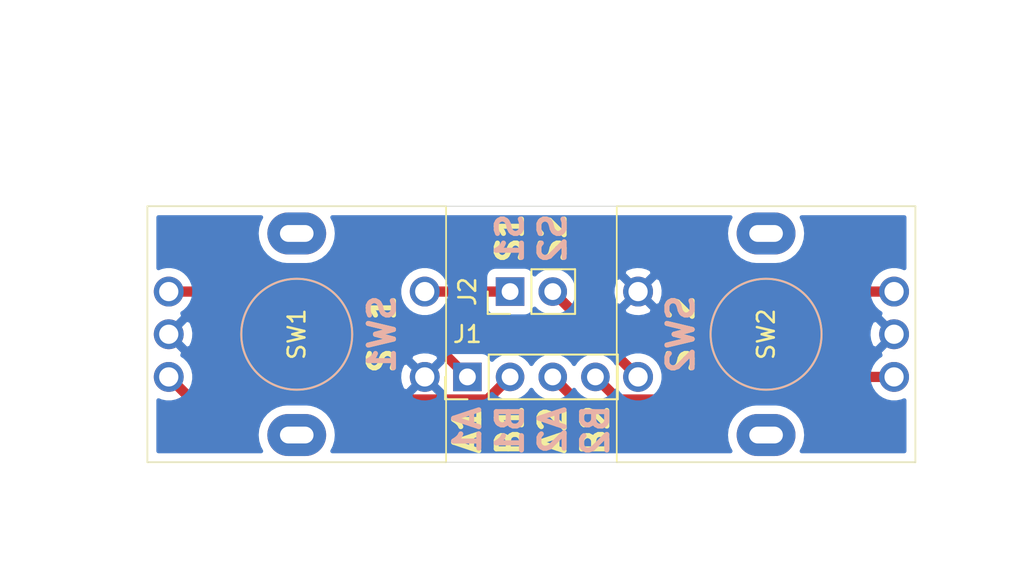
<source format=kicad_pcb>
(kicad_pcb (version 20171130) (host pcbnew "(5.1.10)-1")

  (general
    (thickness 1.6)
    (drawings 27)
    (tracks 15)
    (zones 0)
    (modules 4)
    (nets 8)
  )

  (page User 152.4 127)
  (title_block
    (title "Rotary Encoder Board, 12mm with SPST")
    (date 2021-10-11)
    (rev 1.0)
  )

  (layers
    (0 F.Cu signal)
    (31 B.Cu signal)
    (32 B.Adhes user)
    (33 F.Adhes user)
    (34 B.Paste user)
    (35 F.Paste user)
    (36 B.SilkS user)
    (37 F.SilkS user)
    (38 B.Mask user)
    (39 F.Mask user)
    (40 Dwgs.User user)
    (41 Cmts.User user)
    (42 Eco1.User user)
    (43 Eco2.User user)
    (44 Edge.Cuts user)
    (45 Margin user)
    (46 B.CrtYd user)
    (47 F.CrtYd user)
    (48 B.Fab user)
    (49 F.Fab user)
  )

  (setup
    (last_trace_width 0.1524)
    (trace_clearance 0.1524)
    (zone_clearance 0.508)
    (zone_45_only no)
    (trace_min 0.1524)
    (via_size 0.6858)
    (via_drill 0.3302)
    (via_min_size 0.6858)
    (via_min_drill 0.3302)
    (uvia_size 0.3)
    (uvia_drill 0.1)
    (uvias_allowed no)
    (uvia_min_size 0.2)
    (uvia_min_drill 0.1)
    (edge_width 0.05)
    (segment_width 0.2)
    (pcb_text_width 0.3)
    (pcb_text_size 1.5 1.5)
    (mod_edge_width 0.12)
    (mod_text_size 1 1)
    (mod_text_width 0.15)
    (pad_size 2.5 3.500001)
    (pad_drill 1.5)
    (pad_to_mask_clearance 0)
    (aux_axis_origin 0 0)
    (visible_elements 7FFFFFFF)
    (pcbplotparams
      (layerselection 0x010fc_ffffffff)
      (usegerberextensions false)
      (usegerberattributes true)
      (usegerberadvancedattributes true)
      (creategerberjobfile true)
      (excludeedgelayer true)
      (linewidth 0.150000)
      (plotframeref false)
      (viasonmask false)
      (mode 1)
      (useauxorigin false)
      (hpglpennumber 1)
      (hpglpenspeed 20)
      (hpglpendiameter 15.000000)
      (psnegative false)
      (psa4output false)
      (plotreference true)
      (plotvalue true)
      (plotinvisibletext false)
      (padsonsilk false)
      (subtractmaskfromsilk false)
      (outputformat 1)
      (mirror false)
      (drillshape 1)
      (scaleselection 1)
      (outputdirectory ""))
  )

  (net 0 "")
  (net 1 /B2)
  (net 2 /A2)
  (net 3 /B1)
  (net 4 /A1)
  (net 5 /SW2)
  (net 6 /SW1)
  (net 7 GND)

  (net_class Default "This is the default net class."
    (clearance 0.1524)
    (trace_width 0.1524)
    (via_dia 0.6858)
    (via_drill 0.3302)
    (uvia_dia 0.3)
    (uvia_drill 0.1)
  )

  (net_class Asbuilt ""
    (clearance 0.1524)
    (trace_width 0.6096)
    (via_dia 0.6858)
    (via_drill 0.3302)
    (uvia_dia 0.3)
    (uvia_drill 0.1)
    (add_net /A1)
    (add_net /A2)
    (add_net /B1)
    (add_net /B2)
    (add_net /SW1)
    (add_net /SW2)
    (add_net GND)
  )

  (module KnobBoard:KSA_Tactile_SPST_12mm (layer F.Cu) (tedit 616632EB) (tstamp 6163C0DA)
    (at 91.44 50.8 90)
    (descr "KSA http://www.ckswitches.com/media/1457/ksa_ksl.pdf")
    (tags "SWITCH SMD KSA SW")
    (path /6163AE43)
    (fp_text reference SW2 (at 0 0 90) (layer F.SilkS)
      (effects (font (size 1 1) (thickness 0.15)))
    )
    (fp_text value Rotary_Encoder_Switch (at 0 1.524 90) (layer F.Fab)
      (effects (font (size 1 1) (thickness 0.15)))
    )
    (fp_text user %R (at 0 0 90) (layer F.Fab)
      (effects (font (size 1 1) (thickness 0.15)))
    )
    (fp_line (start -3.7 4.1) (end 3.7 4.1) (layer F.Fab) (width 0.1))
    (fp_line (start 3.7 -4.1) (end -3.7 -4.1) (layer F.Fab) (width 0.1))
    (fp_line (start -3.7 4.1) (end -3.7 -4.1) (layer F.Fab) (width 0.1))
    (fp_circle (center 0 0) (end 3.302 0) (layer F.SilkS) (width 0.12))
    (fp_line (start 3.7 4.1) (end 3.7 -4.1) (layer F.Fab) (width 0.1))
    (fp_line (start -7.62 -8.89) (end 7.62 -8.89) (layer F.SilkS) (width 0.1))
    (fp_line (start 7.62 -8.89) (end 7.62 8.89) (layer F.SilkS) (width 0.1))
    (fp_line (start 7.62 8.89) (end -7.62 8.89) (layer F.SilkS) (width 0.1))
    (fp_line (start -7.62 8.89) (end -7.62 -8.89) (layer F.SilkS) (width 0.1))
    (fp_line (start -5.75 -5.75) (end -5.75 5.75) (layer F.CrtYd) (width 0.12))
    (fp_line (start -5.75 5.75) (end 5.75 5.75) (layer F.CrtYd) (width 0.12))
    (fp_line (start 5.75 5.75) (end 5.75 -5.75) (layer F.CrtYd) (width 0.12))
    (fp_line (start 5.75 -5.75) (end -5.75 -5.75) (layer F.CrtYd) (width 0.12))
    (fp_circle (center 0 0) (end 3.302 0) (layer B.SilkS) (width 0.1))
    (pad G thru_hole oval (at -6 0 90) (size 2.5 3.5) (drill oval 1 2) (layers *.Cu *.Mask))
    (pad G thru_hole oval (at 6 0 90) (size 2.5 3.5) (drill oval 1 2) (layers *.Cu *.Mask))
    (pad S1 thru_hole circle (at -2.54 -7.62 90) (size 1.778 1.778) (drill 1.143) (layers *.Cu *.Mask)
      (net 5 /SW2))
    (pad S2 thru_hole circle (at 2.54 -7.62 90) (size 1.778 1.778) (drill 1.143) (layers *.Cu *.Mask)
      (net 7 GND))
    (pad B thru_hole circle (at 2.54 7.62 90) (size 1.778 1.778) (drill 1.143) (layers *.Cu *.Mask)
      (net 1 /B2))
    (pad C thru_hole circle (at 0 7.62 90) (size 1.778 1.778) (drill 1.143) (layers *.Cu *.Mask)
      (net 7 GND))
    (pad A thru_hole circle (at -2.54 7.62 90) (size 1.778 1.778) (drill 1.143) (layers *.Cu *.Mask)
      (net 2 /A2))
    (model ${KISYS3DMOD}/Buttons_Switches_THT.3dshapes/KSA_Tactile_SPST.wrl
      (at (xyz 0 0 0))
      (scale (xyz 1 1 1))
      (rotate (xyz 0 0 0))
    )
  )

  (module KnobBoard:KSA_Tactile_SPST_12mm (layer F.Cu) (tedit 616632EB) (tstamp 6163C0C1)
    (at 63.5 50.8 270)
    (descr "KSA http://www.ckswitches.com/media/1457/ksa_ksl.pdf")
    (tags "SWITCH SMD KSA SW")
    (path /6163A01D)
    (fp_text reference SW1 (at 0 0 90) (layer F.SilkS)
      (effects (font (size 1 1) (thickness 0.15)))
    )
    (fp_text value Rotary_Encoder_Switch (at 0 1.524 90) (layer F.Fab)
      (effects (font (size 1 1) (thickness 0.15)))
    )
    (fp_text user %R (at 0 0 90) (layer F.Fab)
      (effects (font (size 1 1) (thickness 0.15)))
    )
    (fp_line (start -3.7 4.1) (end 3.7 4.1) (layer F.Fab) (width 0.1))
    (fp_line (start 3.7 -4.1) (end -3.7 -4.1) (layer F.Fab) (width 0.1))
    (fp_line (start -3.7 4.1) (end -3.7 -4.1) (layer F.Fab) (width 0.1))
    (fp_circle (center 0 0) (end 3.302 0) (layer F.SilkS) (width 0.12))
    (fp_line (start 3.7 4.1) (end 3.7 -4.1) (layer F.Fab) (width 0.1))
    (fp_line (start -7.62 -8.89) (end 7.62 -8.89) (layer F.SilkS) (width 0.1))
    (fp_line (start 7.62 -8.89) (end 7.62 8.89) (layer F.SilkS) (width 0.1))
    (fp_line (start 7.62 8.89) (end -7.62 8.89) (layer F.SilkS) (width 0.1))
    (fp_line (start -7.62 8.89) (end -7.62 -8.89) (layer F.SilkS) (width 0.1))
    (fp_line (start -5.75 -5.75) (end -5.75 5.75) (layer F.CrtYd) (width 0.12))
    (fp_line (start -5.75 5.75) (end 5.75 5.75) (layer F.CrtYd) (width 0.12))
    (fp_line (start 5.75 5.75) (end 5.75 -5.75) (layer F.CrtYd) (width 0.12))
    (fp_line (start 5.75 -5.75) (end -5.75 -5.75) (layer F.CrtYd) (width 0.12))
    (fp_circle (center 0 0) (end 3.302 0) (layer B.SilkS) (width 0.1))
    (pad G thru_hole oval (at -6 0 270) (size 2.5 3.5) (drill oval 1 2) (layers *.Cu *.Mask))
    (pad G thru_hole oval (at 6 0 270) (size 2.5 3.5) (drill oval 1 2) (layers *.Cu *.Mask))
    (pad S1 thru_hole circle (at -2.54 -7.62 270) (size 1.778 1.778) (drill 1.143) (layers *.Cu *.Mask)
      (net 6 /SW1))
    (pad S2 thru_hole circle (at 2.54 -7.62 270) (size 1.778 1.778) (drill 1.143) (layers *.Cu *.Mask)
      (net 7 GND))
    (pad B thru_hole circle (at 2.54 7.62 270) (size 1.778 1.778) (drill 1.143) (layers *.Cu *.Mask)
      (net 3 /B1))
    (pad C thru_hole circle (at 0 7.62 270) (size 1.778 1.778) (drill 1.143) (layers *.Cu *.Mask)
      (net 7 GND))
    (pad A thru_hole circle (at -2.54 7.62 270) (size 1.778 1.778) (drill 1.143) (layers *.Cu *.Mask)
      (net 4 /A1))
    (model ${KISYS3DMOD}/Buttons_Switches_THT.3dshapes/KSA_Tactile_SPST.wrl
      (at (xyz 0 0 0))
      (scale (xyz 1 1 1))
      (rotate (xyz 0 0 0))
    )
  )

  (module Pin_Headers:Pin_Header_Straight_1x04_Pitch2.54mm (layer F.Cu) (tedit 59650532) (tstamp 6163B007)
    (at 73.66 53.34 90)
    (descr "Through hole straight pin header, 1x04, 2.54mm pitch, single row")
    (tags "Through hole pin header THT 1x04 2.54mm single row")
    (path /616418F7)
    (fp_text reference J1 (at 2.54 0 180) (layer F.SilkS)
      (effects (font (size 1 1) (thickness 0.15)))
    )
    (fp_text value Conn_01x04_MountingPin (at 0 9.95 90) (layer F.Fab)
      (effects (font (size 1 1) (thickness 0.15)))
    )
    (fp_line (start 1.8 -1.8) (end -1.8 -1.8) (layer F.CrtYd) (width 0.05))
    (fp_line (start 1.8 9.4) (end 1.8 -1.8) (layer F.CrtYd) (width 0.05))
    (fp_line (start -1.8 9.4) (end 1.8 9.4) (layer F.CrtYd) (width 0.05))
    (fp_line (start -1.8 -1.8) (end -1.8 9.4) (layer F.CrtYd) (width 0.05))
    (fp_line (start -1.33 -1.33) (end 0 -1.33) (layer F.SilkS) (width 0.12))
    (fp_line (start -1.33 0) (end -1.33 -1.33) (layer F.SilkS) (width 0.12))
    (fp_line (start -1.33 1.27) (end 1.33 1.27) (layer F.SilkS) (width 0.12))
    (fp_line (start 1.33 1.27) (end 1.33 8.95) (layer F.SilkS) (width 0.12))
    (fp_line (start -1.33 1.27) (end -1.33 8.95) (layer F.SilkS) (width 0.12))
    (fp_line (start -1.33 8.95) (end 1.33 8.95) (layer F.SilkS) (width 0.12))
    (fp_line (start -1.27 -0.635) (end -0.635 -1.27) (layer F.Fab) (width 0.1))
    (fp_line (start -1.27 8.89) (end -1.27 -0.635) (layer F.Fab) (width 0.1))
    (fp_line (start 1.27 8.89) (end -1.27 8.89) (layer F.Fab) (width 0.1))
    (fp_line (start 1.27 -1.27) (end 1.27 8.89) (layer F.Fab) (width 0.1))
    (fp_line (start -0.635 -1.27) (end 1.27 -1.27) (layer F.Fab) (width 0.1))
    (fp_text user %R (at 2.54 0) (layer F.Fab)
      (effects (font (size 1 1) (thickness 0.15)))
    )
    (pad 4 thru_hole oval (at 0 7.62 90) (size 1.7 1.7) (drill 1) (layers *.Cu *.Mask)
      (net 1 /B2))
    (pad 3 thru_hole oval (at 0 5.08 90) (size 1.7 1.7) (drill 1) (layers *.Cu *.Mask)
      (net 2 /A2))
    (pad 2 thru_hole oval (at 0 2.54 90) (size 1.7 1.7) (drill 1) (layers *.Cu *.Mask)
      (net 3 /B1))
    (pad 1 thru_hole rect (at 0 0 90) (size 1.7 1.7) (drill 1) (layers *.Cu *.Mask)
      (net 4 /A1))
    (model ${KISYS3DMOD}/Pin_Headers.3dshapes/Pin_Header_Straight_1x04_Pitch2.54mm.wrl
      (at (xyz 0 0 0))
      (scale (xyz 1 1 1))
      (rotate (xyz 0 0 0))
    )
  )

  (module Pin_Headers:Pin_Header_Straight_1x02_Pitch2.54mm (layer F.Cu) (tedit 59650532) (tstamp 6163BC63)
    (at 76.2 48.26 90)
    (descr "Through hole straight pin header, 1x02, 2.54mm pitch, single row")
    (tags "Through hole pin header THT 1x02 2.54mm single row")
    (path /6163E6DA)
    (fp_text reference J2 (at 0 -2.54 90) (layer F.SilkS)
      (effects (font (size 1 1) (thickness 0.15)))
    )
    (fp_text value Conn_01x02_Female (at 0 4.87 90) (layer F.Fab)
      (effects (font (size 1 1) (thickness 0.15)))
    )
    (fp_line (start 1.8 -1.8) (end -1.8 -1.8) (layer F.CrtYd) (width 0.05))
    (fp_line (start 1.8 4.35) (end 1.8 -1.8) (layer F.CrtYd) (width 0.05))
    (fp_line (start -1.8 4.35) (end 1.8 4.35) (layer F.CrtYd) (width 0.05))
    (fp_line (start -1.8 -1.8) (end -1.8 4.35) (layer F.CrtYd) (width 0.05))
    (fp_line (start -1.33 -1.33) (end 0 -1.33) (layer F.SilkS) (width 0.12))
    (fp_line (start -1.33 0) (end -1.33 -1.33) (layer F.SilkS) (width 0.12))
    (fp_line (start -1.33 1.27) (end 1.33 1.27) (layer F.SilkS) (width 0.12))
    (fp_line (start 1.33 1.27) (end 1.33 3.87) (layer F.SilkS) (width 0.12))
    (fp_line (start -1.33 1.27) (end -1.33 3.87) (layer F.SilkS) (width 0.12))
    (fp_line (start -1.33 3.87) (end 1.33 3.87) (layer F.SilkS) (width 0.12))
    (fp_line (start -1.27 -0.635) (end -0.635 -1.27) (layer F.Fab) (width 0.1))
    (fp_line (start -1.27 3.81) (end -1.27 -0.635) (layer F.Fab) (width 0.1))
    (fp_line (start 1.27 3.81) (end -1.27 3.81) (layer F.Fab) (width 0.1))
    (fp_line (start 1.27 -1.27) (end 1.27 3.81) (layer F.Fab) (width 0.1))
    (fp_line (start -0.635 -1.27) (end 1.27 -1.27) (layer F.Fab) (width 0.1))
    (fp_text user %R (at 0 -2.54 90) (layer F.Fab)
      (effects (font (size 1 1) (thickness 0.15)))
    )
    (pad 2 thru_hole oval (at 0 2.54 90) (size 1.7 1.7) (drill 1) (layers *.Cu *.Mask)
      (net 5 /SW2))
    (pad 1 thru_hole rect (at 0 0 90) (size 1.7 1.7) (drill 1) (layers *.Cu *.Mask)
      (net 6 /SW1))
    (model ${KISYS3DMOD}/Pin_Headers.3dshapes/Pin_Header_Straight_1x02_Pitch2.54mm.wrl
      (at (xyz 0 0 0))
      (scale (xyz 1 1 1))
      (rotate (xyz 0 0 0))
    )
  )

  (gr_text "Drill hole diameter > 1/4 in" (at 64.77 31.75) (layer Dwgs.User)
    (effects (font (size 1 1) (thickness 0.15)))
  )
  (dimension 15.24 (width 0.15) (layer Dwgs.User)
    (gr_text "15.240 mm" (at 49.5 50.8 90) (layer Dwgs.User)
      (effects (font (size 1 1) (thickness 0.15)))
    )
    (feature1 (pts (xy 54.61 43.18) (xy 50.213579 43.18)))
    (feature2 (pts (xy 54.61 58.42) (xy 50.213579 58.42)))
    (crossbar (pts (xy 50.8 58.42) (xy 50.8 43.18)))
    (arrow1a (pts (xy 50.8 43.18) (xy 51.386421 44.306504)))
    (arrow1b (pts (xy 50.8 43.18) (xy 50.213579 44.306504)))
    (arrow2a (pts (xy 50.8 58.42) (xy 51.386421 57.293496)))
    (arrow2b (pts (xy 50.8 58.42) (xy 50.213579 57.293496)))
  )
  (dimension 45.72 (width 0.15) (layer Dwgs.User)
    (gr_text "45.720 mm" (at 77.47 34.26) (layer Dwgs.User)
      (effects (font (size 1 1) (thickness 0.15)))
    )
    (feature1 (pts (xy 100.33 43.18) (xy 100.33 34.973579)))
    (feature2 (pts (xy 54.61 43.18) (xy 54.61 34.973579)))
    (crossbar (pts (xy 54.61 35.56) (xy 100.33 35.56)))
    (arrow1a (pts (xy 100.33 35.56) (xy 99.203496 36.146421)))
    (arrow1b (pts (xy 100.33 35.56) (xy 99.203496 34.973579)))
    (arrow2a (pts (xy 54.61 35.56) (xy 55.736504 36.146421)))
    (arrow2b (pts (xy 54.61 35.56) (xy 55.736504 34.973579)))
  )
  (dimension 27.94 (width 0.15) (layer Dwgs.User)
    (gr_text "27.940 mm" (at 77.47 38.07) (layer Dwgs.User)
      (effects (font (size 1 1) (thickness 0.15)))
    )
    (feature1 (pts (xy 91.44 50.8) (xy 91.44 38.783579)))
    (feature2 (pts (xy 63.5 50.8) (xy 63.5 38.783579)))
    (crossbar (pts (xy 63.5 39.37) (xy 91.44 39.37)))
    (arrow1a (pts (xy 91.44 39.37) (xy 90.313496 39.956421)))
    (arrow1b (pts (xy 91.44 39.37) (xy 90.313496 38.783579)))
    (arrow2a (pts (xy 63.5 39.37) (xy 64.626504 39.956421)))
    (arrow2b (pts (xy 63.5 39.37) (xy 64.626504 38.783579)))
  )
  (dimension 15.24 (width 0.15) (layer Dwgs.User)
    (gr_text "0.6000 in" (at 105.44 50.8 90) (layer Dwgs.User)
      (effects (font (size 1 1) (thickness 0.15)))
    )
    (feature1 (pts (xy 100.33 43.18) (xy 104.726421 43.18)))
    (feature2 (pts (xy 100.33 58.42) (xy 104.726421 58.42)))
    (crossbar (pts (xy 104.14 58.42) (xy 104.14 43.18)))
    (arrow1a (pts (xy 104.14 43.18) (xy 104.726421 44.306504)))
    (arrow1b (pts (xy 104.14 43.18) (xy 103.553579 44.306504)))
    (arrow2a (pts (xy 104.14 58.42) (xy 104.726421 57.293496)))
    (arrow2b (pts (xy 104.14 58.42) (xy 103.553579 57.293496)))
  )
  (dimension 45.72 (width 0.15) (layer Dwgs.User)
    (gr_text "1.8000 in" (at 77.47 66.07) (layer Dwgs.User)
      (effects (font (size 1 1) (thickness 0.15)))
    )
    (feature1 (pts (xy 100.33 58.42) (xy 100.33 65.356421)))
    (feature2 (pts (xy 54.61 58.42) (xy 54.61 65.356421)))
    (crossbar (pts (xy 54.61 64.77) (xy 100.33 64.77)))
    (arrow1a (pts (xy 100.33 64.77) (xy 99.203496 65.356421)))
    (arrow1b (pts (xy 100.33 64.77) (xy 99.203496 64.183579)))
    (arrow2a (pts (xy 54.61 64.77) (xy 55.736504 65.356421)))
    (arrow2b (pts (xy 54.61 64.77) (xy 55.736504 64.183579)))
  )
  (dimension 27.94 (width 0.15) (layer Dwgs.User)
    (gr_text "1.1000 in" (at 77.47 62.26) (layer Dwgs.User)
      (effects (font (size 1 1) (thickness 0.15)))
    )
    (feature1 (pts (xy 91.44 50.8) (xy 91.44 61.546421)))
    (feature2 (pts (xy 63.5 50.8) (xy 63.5 61.546421)))
    (crossbar (pts (xy 63.5 60.96) (xy 91.44 60.96)))
    (arrow1a (pts (xy 91.44 60.96) (xy 90.313496 61.546421)))
    (arrow1b (pts (xy 91.44 60.96) (xy 90.313496 60.373579)))
    (arrow2a (pts (xy 63.5 60.96) (xy 64.626504 61.546421)))
    (arrow2b (pts (xy 63.5 60.96) (xy 64.626504 60.373579)))
  )
  (gr_text SW2 (at 86.36 50.8 90) (layer B.SilkS) (tstamp 6163D057)
    (effects (font (size 1.5 1.5) (thickness 0.3)) (justify mirror))
  )
  (gr_text SW1 (at 68.58 50.8 90) (layer B.SilkS) (tstamp 6163D051)
    (effects (font (size 1.5 1.5) (thickness 0.3)) (justify mirror))
  )
  (gr_text SW1 (at 68.58 50.8 90) (layer F.SilkS) (tstamp 6163D04C)
    (effects (font (size 1.5 1.5) (thickness 0.3)))
  )
  (gr_text SW2 (at 86.36 50.8 90) (layer F.SilkS) (tstamp 6163D048)
    (effects (font (size 1.5 1.5) (thickness 0.3)))
  )
  (gr_text B2 (at 81.28 56.515 90) (layer B.SilkS) (tstamp 6163CE56)
    (effects (font (size 1.5 1.5) (thickness 0.3)) (justify mirror))
  )
  (gr_text A2 (at 78.74 56.515 90) (layer B.SilkS) (tstamp 6163CE54)
    (effects (font (size 1.5 1.5) (thickness 0.3)) (justify mirror))
  )
  (gr_text B1 (at 76.2 56.515 90) (layer B.SilkS) (tstamp 6163CE52)
    (effects (font (size 1.5 1.5) (thickness 0.3)) (justify mirror))
  )
  (gr_text A1 (at 73.66 56.515 90) (layer B.SilkS) (tstamp 6163CE50)
    (effects (font (size 1.5 1.5) (thickness 0.3)) (justify mirror))
  )
  (gr_text S2 (at 78.74 45.085 90) (layer F.SilkS) (tstamp 6163CE4D)
    (effects (font (size 1.5 1.5) (thickness 0.3)))
  )
  (gr_text S1 (at 76.2 45.085 90) (layer F.SilkS) (tstamp 6163CE43)
    (effects (font (size 1.5 1.5) (thickness 0.3)))
  )
  (gr_text S2 (at 78.74 45.085 90) (layer B.SilkS) (tstamp 6163CD9C)
    (effects (font (size 1.5 1.5) (thickness 0.3)) (justify mirror))
  )
  (gr_text S1 (at 76.2 45.085 90) (layer B.SilkS) (tstamp 6163CD9A)
    (effects (font (size 1.5 1.5) (thickness 0.3)) (justify mirror))
  )
  (gr_text B2 (at 81.28 56.515 90) (layer F.SilkS) (tstamp 6163CD93)
    (effects (font (size 1.5 1.5) (thickness 0.3)))
  )
  (gr_text A2 (at 78.74 56.515 90) (layer F.SilkS) (tstamp 6163CD91)
    (effects (font (size 1.5 1.5) (thickness 0.3)))
  )
  (gr_text B1 (at 76.2 56.515 90) (layer F.SilkS)
    (effects (font (size 1.5 1.5) (thickness 0.3)))
  )
  (gr_text A1 (at 73.66 56.515 90) (layer F.SilkS)
    (effects (font (size 1.5 1.5) (thickness 0.3)))
  )
  (gr_line (start 54.61 58.42) (end 54.61 43.18) (layer Edge.Cuts) (width 0.05) (tstamp 6163CA21))
  (gr_line (start 100.33 58.42) (end 54.61 58.42) (layer Edge.Cuts) (width 0.05))
  (gr_line (start 100.33 43.18) (end 100.33 58.42) (layer Edge.Cuts) (width 0.05))
  (gr_line (start 54.61 43.18) (end 100.33 43.18) (layer Edge.Cuts) (width 0.05))

  (segment (start 99.06 48.26) (end 94.172354 48.26) (width 0.6096) (layer F.Cu) (net 1))
  (segment (start 94.172354 48.26) (end 87.746153 54.686201) (width 0.6096) (layer F.Cu) (net 1))
  (segment (start 87.746153 54.686201) (end 82.626201 54.686201) (width 0.6096) (layer F.Cu) (net 1))
  (segment (start 82.626201 54.686201) (end 81.28 53.34) (width 0.6096) (layer F.Cu) (net 1))
  (segment (start 81.28 55.88) (end 78.74 53.34) (width 0.6096) (layer F.Cu) (net 2))
  (segment (start 87.63 55.88) (end 81.28 55.88) (width 0.6096) (layer F.Cu) (net 2))
  (segment (start 90.17 53.34) (end 87.63 55.88) (width 0.6096) (layer F.Cu) (net 2))
  (segment (start 99.06 53.34) (end 90.17 53.34) (width 0.6096) (layer F.Cu) (net 2))
  (segment (start 74.853799 54.686201) (end 76.2 53.34) (width 0.6096) (layer F.Cu) (net 3))
  (segment (start 57.226201 54.686201) (end 74.853799 54.686201) (width 0.6096) (layer F.Cu) (net 3))
  (segment (start 55.88 53.34) (end 57.226201 54.686201) (width 0.6096) (layer F.Cu) (net 3))
  (segment (start 68.58 48.26) (end 73.66 53.34) (width 0.6096) (layer F.Cu) (net 4))
  (segment (start 55.88 48.26) (end 68.58 48.26) (width 0.6096) (layer F.Cu) (net 4))
  (segment (start 78.74 48.26) (end 83.82 53.34) (width 0.6096) (layer F.Cu) (net 5))
  (segment (start 71.12 48.26) (end 76.2 48.26) (width 0.6096) (layer F.Cu) (net 6))

  (zone (net 7) (net_name GND) (layer B.Cu) (tstamp 0) (hatch edge 0.508)
    (connect_pads (clearance 0.508))
    (min_thickness 0.254)
    (fill yes (arc_segments 32) (thermal_gap 0.508) (thermal_bridge_width 0.508))
    (polygon
      (pts
        (xy 100.33 58.42) (xy 54.61 58.42) (xy 54.61 43.18) (xy 100.33 43.18)
      )
    )
    (filled_polygon
      (pts
        (xy 61.250061 44.075152) (xy 61.142275 44.430476) (xy 61.10588 44.8) (xy 61.142275 45.169524) (xy 61.250061 45.524848)
        (xy 61.425097 45.852317) (xy 61.660655 46.139345) (xy 61.947683 46.374903) (xy 62.275152 46.549939) (xy 62.630476 46.657725)
        (xy 62.907403 46.685) (xy 64.092597 46.685) (xy 64.369524 46.657725) (xy 64.724848 46.549939) (xy 65.052317 46.374903)
        (xy 65.339345 46.139345) (xy 65.574903 45.852317) (xy 65.749939 45.524848) (xy 65.857725 45.169524) (xy 65.89412 44.8)
        (xy 65.857725 44.430476) (xy 65.749939 44.075152) (xy 65.624248 43.84) (xy 89.315752 43.84) (xy 89.190061 44.075152)
        (xy 89.082275 44.430476) (xy 89.04588 44.8) (xy 89.082275 45.169524) (xy 89.190061 45.524848) (xy 89.365097 45.852317)
        (xy 89.600655 46.139345) (xy 89.887683 46.374903) (xy 90.215152 46.549939) (xy 90.570476 46.657725) (xy 90.847403 46.685)
        (xy 92.032597 46.685) (xy 92.309524 46.657725) (xy 92.664848 46.549939) (xy 92.992317 46.374903) (xy 93.279345 46.139345)
        (xy 93.514903 45.852317) (xy 93.689939 45.524848) (xy 93.797725 45.169524) (xy 93.83412 44.8) (xy 93.797725 44.430476)
        (xy 93.689939 44.075152) (xy 93.564248 43.84) (xy 99.67 43.84) (xy 99.67 46.863105) (xy 99.504534 46.794566)
        (xy 99.210101 46.736) (xy 98.909899 46.736) (xy 98.615466 46.794566) (xy 98.338115 46.909449) (xy 98.088507 47.076232)
        (xy 97.876232 47.288507) (xy 97.709449 47.538115) (xy 97.594566 47.815466) (xy 97.536 48.109899) (xy 97.536 48.410101)
        (xy 97.594566 48.704534) (xy 97.709449 48.981885) (xy 97.876232 49.231493) (xy 98.088507 49.443768) (xy 98.246622 49.549417)
        (xy 98.183374 49.743769) (xy 99.06 50.620395) (xy 99.074143 50.606253) (xy 99.253748 50.785858) (xy 99.239605 50.8)
        (xy 99.253748 50.814143) (xy 99.074143 50.993748) (xy 99.06 50.979605) (xy 98.183374 51.856231) (xy 98.246622 52.050583)
        (xy 98.088507 52.156232) (xy 97.876232 52.368507) (xy 97.709449 52.618115) (xy 97.594566 52.895466) (xy 97.536 53.189899)
        (xy 97.536 53.490101) (xy 97.594566 53.784534) (xy 97.709449 54.061885) (xy 97.876232 54.311493) (xy 98.088507 54.523768)
        (xy 98.338115 54.690551) (xy 98.615466 54.805434) (xy 98.909899 54.864) (xy 99.210101 54.864) (xy 99.504534 54.805434)
        (xy 99.670001 54.736895) (xy 99.670001 57.76) (xy 93.564248 57.76) (xy 93.689939 57.524848) (xy 93.797725 57.169524)
        (xy 93.83412 56.8) (xy 93.797725 56.430476) (xy 93.689939 56.075152) (xy 93.514903 55.747683) (xy 93.279345 55.460655)
        (xy 92.992317 55.225097) (xy 92.664848 55.050061) (xy 92.309524 54.942275) (xy 92.032597 54.915) (xy 90.847403 54.915)
        (xy 90.570476 54.942275) (xy 90.215152 55.050061) (xy 89.887683 55.225097) (xy 89.600655 55.460655) (xy 89.365097 55.747683)
        (xy 89.190061 56.075152) (xy 89.082275 56.430476) (xy 89.04588 56.8) (xy 89.082275 57.169524) (xy 89.190061 57.524848)
        (xy 89.315752 57.76) (xy 65.624248 57.76) (xy 65.749939 57.524848) (xy 65.857725 57.169524) (xy 65.89412 56.8)
        (xy 65.857725 56.430476) (xy 65.749939 56.075152) (xy 65.574903 55.747683) (xy 65.339345 55.460655) (xy 65.052317 55.225097)
        (xy 64.724848 55.050061) (xy 64.369524 54.942275) (xy 64.092597 54.915) (xy 62.907403 54.915) (xy 62.630476 54.942275)
        (xy 62.275152 55.050061) (xy 61.947683 55.225097) (xy 61.660655 55.460655) (xy 61.425097 55.747683) (xy 61.250061 56.075152)
        (xy 61.142275 56.430476) (xy 61.10588 56.8) (xy 61.142275 57.169524) (xy 61.250061 57.524848) (xy 61.375752 57.76)
        (xy 55.27 57.76) (xy 55.27 54.736895) (xy 55.435466 54.805434) (xy 55.729899 54.864) (xy 56.030101 54.864)
        (xy 56.324534 54.805434) (xy 56.601885 54.690551) (xy 56.851493 54.523768) (xy 56.97903 54.396231) (xy 70.243374 54.396231)
        (xy 70.325727 54.649289) (xy 70.596418 54.779086) (xy 70.88723 54.85358) (xy 71.186988 54.869908) (xy 71.484171 54.827443)
        (xy 71.767359 54.727816) (xy 71.914273 54.649289) (xy 71.996626 54.396231) (xy 71.12 53.519605) (xy 70.243374 54.396231)
        (xy 56.97903 54.396231) (xy 57.063768 54.311493) (xy 57.230551 54.061885) (xy 57.345434 53.784534) (xy 57.404 53.490101)
        (xy 57.404 53.406988) (xy 69.590092 53.406988) (xy 69.632557 53.704171) (xy 69.732184 53.987359) (xy 69.810711 54.134273)
        (xy 70.063769 54.216626) (xy 70.940395 53.34) (xy 71.299605 53.34) (xy 72.174367 54.214762) (xy 72.184188 54.314482)
        (xy 72.220498 54.43418) (xy 72.279463 54.544494) (xy 72.358815 54.641185) (xy 72.455506 54.720537) (xy 72.56582 54.779502)
        (xy 72.685518 54.815812) (xy 72.81 54.828072) (xy 74.51 54.828072) (xy 74.634482 54.815812) (xy 74.75418 54.779502)
        (xy 74.864494 54.720537) (xy 74.961185 54.641185) (xy 75.040537 54.544494) (xy 75.099502 54.43418) (xy 75.121513 54.36162)
        (xy 75.253368 54.493475) (xy 75.496589 54.65599) (xy 75.766842 54.767932) (xy 76.05374 54.825) (xy 76.34626 54.825)
        (xy 76.633158 54.767932) (xy 76.903411 54.65599) (xy 77.146632 54.493475) (xy 77.353475 54.286632) (xy 77.47 54.11224)
        (xy 77.586525 54.286632) (xy 77.793368 54.493475) (xy 78.036589 54.65599) (xy 78.306842 54.767932) (xy 78.59374 54.825)
        (xy 78.88626 54.825) (xy 79.173158 54.767932) (xy 79.443411 54.65599) (xy 79.686632 54.493475) (xy 79.893475 54.286632)
        (xy 80.01 54.11224) (xy 80.126525 54.286632) (xy 80.333368 54.493475) (xy 80.576589 54.65599) (xy 80.846842 54.767932)
        (xy 81.13374 54.825) (xy 81.42626 54.825) (xy 81.713158 54.767932) (xy 81.983411 54.65599) (xy 82.226632 54.493475)
        (xy 82.433475 54.286632) (xy 82.526548 54.147339) (xy 82.636232 54.311493) (xy 82.848507 54.523768) (xy 83.098115 54.690551)
        (xy 83.375466 54.805434) (xy 83.669899 54.864) (xy 83.970101 54.864) (xy 84.264534 54.805434) (xy 84.541885 54.690551)
        (xy 84.791493 54.523768) (xy 85.003768 54.311493) (xy 85.170551 54.061885) (xy 85.285434 53.784534) (xy 85.344 53.490101)
        (xy 85.344 53.189899) (xy 85.285434 52.895466) (xy 85.170551 52.618115) (xy 85.003768 52.368507) (xy 84.791493 52.156232)
        (xy 84.541885 51.989449) (xy 84.264534 51.874566) (xy 83.970101 51.816) (xy 83.669899 51.816) (xy 83.375466 51.874566)
        (xy 83.098115 51.989449) (xy 82.848507 52.156232) (xy 82.636232 52.368507) (xy 82.526548 52.532661) (xy 82.433475 52.393368)
        (xy 82.226632 52.186525) (xy 81.983411 52.02401) (xy 81.713158 51.912068) (xy 81.42626 51.855) (xy 81.13374 51.855)
        (xy 80.846842 51.912068) (xy 80.576589 52.02401) (xy 80.333368 52.186525) (xy 80.126525 52.393368) (xy 80.01 52.56776)
        (xy 79.893475 52.393368) (xy 79.686632 52.186525) (xy 79.443411 52.02401) (xy 79.173158 51.912068) (xy 78.88626 51.855)
        (xy 78.59374 51.855) (xy 78.306842 51.912068) (xy 78.036589 52.02401) (xy 77.793368 52.186525) (xy 77.586525 52.393368)
        (xy 77.47 52.56776) (xy 77.353475 52.393368) (xy 77.146632 52.186525) (xy 76.903411 52.02401) (xy 76.633158 51.912068)
        (xy 76.34626 51.855) (xy 76.05374 51.855) (xy 75.766842 51.912068) (xy 75.496589 52.02401) (xy 75.253368 52.186525)
        (xy 75.121513 52.31838) (xy 75.099502 52.24582) (xy 75.040537 52.135506) (xy 74.961185 52.038815) (xy 74.864494 51.959463)
        (xy 74.75418 51.900498) (xy 74.634482 51.864188) (xy 74.51 51.851928) (xy 72.81 51.851928) (xy 72.685518 51.864188)
        (xy 72.56582 51.900498) (xy 72.455506 51.959463) (xy 72.358815 52.038815) (xy 72.279463 52.135506) (xy 72.220498 52.24582)
        (xy 72.184188 52.365518) (xy 72.174367 52.465238) (xy 71.299605 53.34) (xy 70.940395 53.34) (xy 70.063769 52.463374)
        (xy 69.810711 52.545727) (xy 69.680914 52.816418) (xy 69.60642 53.10723) (xy 69.590092 53.406988) (xy 57.404 53.406988)
        (xy 57.404 53.189899) (xy 57.345434 52.895466) (xy 57.230551 52.618115) (xy 57.063768 52.368507) (xy 56.97903 52.283769)
        (xy 70.243374 52.283769) (xy 71.12 53.160395) (xy 71.996626 52.283769) (xy 71.914273 52.030711) (xy 71.643582 51.900914)
        (xy 71.35277 51.82642) (xy 71.053012 51.810092) (xy 70.755829 51.852557) (xy 70.472641 51.952184) (xy 70.325727 52.030711)
        (xy 70.243374 52.283769) (xy 56.97903 52.283769) (xy 56.851493 52.156232) (xy 56.693378 52.050583) (xy 56.756626 51.856231)
        (xy 55.88 50.979605) (xy 55.865858 50.993748) (xy 55.686253 50.814143) (xy 55.700395 50.8) (xy 56.059605 50.8)
        (xy 56.936231 51.676626) (xy 57.189289 51.594273) (xy 57.319086 51.323582) (xy 57.39358 51.03277) (xy 57.40261 50.866988)
        (xy 97.530092 50.866988) (xy 97.572557 51.164171) (xy 97.672184 51.447359) (xy 97.750711 51.594273) (xy 98.003769 51.676626)
        (xy 98.880395 50.8) (xy 98.003769 49.923374) (xy 97.750711 50.005727) (xy 97.620914 50.276418) (xy 97.54642 50.56723)
        (xy 97.530092 50.866988) (xy 57.40261 50.866988) (xy 57.409908 50.733012) (xy 57.367443 50.435829) (xy 57.267816 50.152641)
        (xy 57.189289 50.005727) (xy 56.936231 49.923374) (xy 56.059605 50.8) (xy 55.700395 50.8) (xy 55.686253 50.785858)
        (xy 55.865858 50.606253) (xy 55.88 50.620395) (xy 56.756626 49.743769) (xy 56.693378 49.549417) (xy 56.851493 49.443768)
        (xy 57.063768 49.231493) (xy 57.230551 48.981885) (xy 57.345434 48.704534) (xy 57.404 48.410101) (xy 57.404 48.109899)
        (xy 69.596 48.109899) (xy 69.596 48.410101) (xy 69.654566 48.704534) (xy 69.769449 48.981885) (xy 69.936232 49.231493)
        (xy 70.148507 49.443768) (xy 70.398115 49.610551) (xy 70.675466 49.725434) (xy 70.969899 49.784) (xy 71.270101 49.784)
        (xy 71.564534 49.725434) (xy 71.841885 49.610551) (xy 72.091493 49.443768) (xy 72.303768 49.231493) (xy 72.470551 48.981885)
        (xy 72.585434 48.704534) (xy 72.644 48.410101) (xy 72.644 48.109899) (xy 72.585434 47.815466) (xy 72.470551 47.538115)
        (xy 72.384948 47.41) (xy 74.711928 47.41) (xy 74.711928 49.11) (xy 74.724188 49.234482) (xy 74.760498 49.35418)
        (xy 74.819463 49.464494) (xy 74.898815 49.561185) (xy 74.995506 49.640537) (xy 75.10582 49.699502) (xy 75.225518 49.735812)
        (xy 75.35 49.748072) (xy 77.05 49.748072) (xy 77.174482 49.735812) (xy 77.29418 49.699502) (xy 77.404494 49.640537)
        (xy 77.501185 49.561185) (xy 77.580537 49.464494) (xy 77.639502 49.35418) (xy 77.661513 49.28162) (xy 77.793368 49.413475)
        (xy 78.036589 49.57599) (xy 78.306842 49.687932) (xy 78.59374 49.745) (xy 78.88626 49.745) (xy 79.173158 49.687932)
        (xy 79.443411 49.57599) (xy 79.686632 49.413475) (xy 79.783876 49.316231) (xy 82.943374 49.316231) (xy 83.025727 49.569289)
        (xy 83.296418 49.699086) (xy 83.58723 49.77358) (xy 83.886988 49.789908) (xy 84.184171 49.747443) (xy 84.467359 49.647816)
        (xy 84.614273 49.569289) (xy 84.696626 49.316231) (xy 83.82 48.439605) (xy 82.943374 49.316231) (xy 79.783876 49.316231)
        (xy 79.893475 49.206632) (xy 80.05599 48.963411) (xy 80.167932 48.693158) (xy 80.225 48.40626) (xy 80.225 48.326988)
        (xy 82.290092 48.326988) (xy 82.332557 48.624171) (xy 82.432184 48.907359) (xy 82.510711 49.054273) (xy 82.763769 49.136626)
        (xy 83.640395 48.26) (xy 83.999605 48.26) (xy 84.876231 49.136626) (xy 85.129289 49.054273) (xy 85.259086 48.783582)
        (xy 85.33358 48.49277) (xy 85.349908 48.193012) (xy 85.307443 47.895829) (xy 85.207816 47.612641) (xy 85.129289 47.465727)
        (xy 84.876231 47.383374) (xy 83.999605 48.26) (xy 83.640395 48.26) (xy 82.763769 47.383374) (xy 82.510711 47.465727)
        (xy 82.380914 47.736418) (xy 82.30642 48.02723) (xy 82.290092 48.326988) (xy 80.225 48.326988) (xy 80.225 48.11374)
        (xy 80.167932 47.826842) (xy 80.05599 47.556589) (xy 79.893475 47.313368) (xy 79.783876 47.203769) (xy 82.943374 47.203769)
        (xy 83.82 48.080395) (xy 84.696626 47.203769) (xy 84.614273 46.950711) (xy 84.343582 46.820914) (xy 84.05277 46.74642)
        (xy 83.753012 46.730092) (xy 83.455829 46.772557) (xy 83.172641 46.872184) (xy 83.025727 46.950711) (xy 82.943374 47.203769)
        (xy 79.783876 47.203769) (xy 79.686632 47.106525) (xy 79.443411 46.94401) (xy 79.173158 46.832068) (xy 78.88626 46.775)
        (xy 78.59374 46.775) (xy 78.306842 46.832068) (xy 78.036589 46.94401) (xy 77.793368 47.106525) (xy 77.661513 47.23838)
        (xy 77.639502 47.16582) (xy 77.580537 47.055506) (xy 77.501185 46.958815) (xy 77.404494 46.879463) (xy 77.29418 46.820498)
        (xy 77.174482 46.784188) (xy 77.05 46.771928) (xy 75.35 46.771928) (xy 75.225518 46.784188) (xy 75.10582 46.820498)
        (xy 74.995506 46.879463) (xy 74.898815 46.958815) (xy 74.819463 47.055506) (xy 74.760498 47.16582) (xy 74.724188 47.285518)
        (xy 74.711928 47.41) (xy 72.384948 47.41) (xy 72.303768 47.288507) (xy 72.091493 47.076232) (xy 71.841885 46.909449)
        (xy 71.564534 46.794566) (xy 71.270101 46.736) (xy 70.969899 46.736) (xy 70.675466 46.794566) (xy 70.398115 46.909449)
        (xy 70.148507 47.076232) (xy 69.936232 47.288507) (xy 69.769449 47.538115) (xy 69.654566 47.815466) (xy 69.596 48.109899)
        (xy 57.404 48.109899) (xy 57.345434 47.815466) (xy 57.230551 47.538115) (xy 57.063768 47.288507) (xy 56.851493 47.076232)
        (xy 56.601885 46.909449) (xy 56.324534 46.794566) (xy 56.030101 46.736) (xy 55.729899 46.736) (xy 55.435466 46.794566)
        (xy 55.27 46.863105) (xy 55.27 43.84) (xy 61.375752 43.84)
      )
    )
  )
)

</source>
